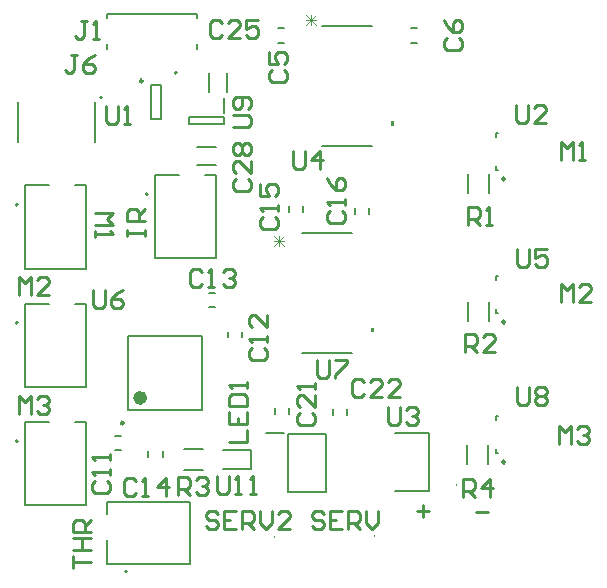
<source format=gbr>
%TF.GenerationSoftware,Altium Limited,Altium Designer,22.10.1 (41)*%
G04 Layer_Color=65535*
%FSLAX45Y45*%
%MOMM*%
%TF.SameCoordinates,C31E8A11-22D9-4D9D-ADA1-1B5FF30F4DDA*%
%TF.FilePolarity,Positive*%
%TF.FileFunction,Legend,Top*%
%TF.Part,Single*%
G01*
G75*
%TA.AperFunction,NonConductor*%
%ADD63C,0.10000*%
%ADD64C,0.20000*%
%ADD65C,0.25400*%
%ADD80C,0.60000*%
%ADD81C,0.25000*%
%ADD82C,0.12700*%
%ADD83C,0.15240*%
%ADD84C,0.15000*%
%ADD85C,0.07620*%
G36*
X6346167Y4705420D02*
X6371567D01*
Y4667320D01*
X6346167D01*
Y4705420D01*
D02*
G37*
G36*
X6512521Y6456050D02*
X6537921D01*
Y6417950D01*
X6512521D01*
Y6456050D01*
D02*
G37*
D63*
X6374000Y2940000D02*
G03*
X6374000Y2950000I0J5000D01*
G01*
D02*
G03*
X6374000Y2940000I0J-5000D01*
G01*
X5524000Y2930000D02*
G03*
X5524000Y2940000I0J5000D01*
G01*
D02*
G03*
X5524000Y2930000I0J-5000D01*
G01*
X7065700Y3380000D02*
G03*
X7065700Y3370000I0J-5000D01*
G01*
D02*
G03*
X7065700Y3380000I0J5000D01*
G01*
D64*
X4455200Y5837000D02*
G03*
X4455200Y5837000I-10000J0D01*
G01*
X4280001Y2641774D02*
G03*
X4280001Y2641774I-10000J0D01*
G01*
X4068133Y6654034D02*
G03*
X4068133Y6654034I-10000J0D01*
G01*
X4699624Y6866459D02*
G03*
X4699624Y6866459I-10000J0D01*
G01*
X3355200Y5747000D02*
G03*
X3355200Y5747000I-10000J0D01*
G01*
Y3747000D02*
G03*
X3355200Y3747000I-10000J0D01*
G01*
Y4747000D02*
G03*
X3355200Y4747000I-10000J0D01*
G01*
X4975309Y5000308D02*
X5024692D01*
X4975309Y4879689D02*
X5024692D01*
X5250311Y4625309D02*
Y4674692D01*
X5129691Y4625309D02*
Y4674692D01*
X5529690Y3975309D02*
Y4024692D01*
X5650310Y3975309D02*
Y4024692D01*
X6140311Y3965312D02*
Y4014690D01*
X6019691Y3965312D02*
Y4014690D01*
X5770312Y5685309D02*
Y5734692D01*
X5649688Y5685309D02*
Y5734692D01*
X6209690Y5667810D02*
Y5717188D01*
X6330310Y5667810D02*
Y5717188D01*
X6685309Y7119689D02*
X6734691D01*
X6685309Y7240309D02*
X6734691D01*
X5640258Y3805001D02*
X5960258D01*
Y3315001D02*
Y3805001D01*
X5640258Y3315001D02*
X5960258D01*
X5640258D02*
Y3805001D01*
X5452758Y3818001D02*
X5605258D01*
X4759935Y3500003D02*
X4919934D01*
X4759935Y3680002D02*
X4919934D01*
X5094935Y3507501D02*
X5327432D01*
Y3672499D01*
X5094935D02*
X5327432D01*
X4870000Y6085000D02*
X5030000D01*
X4870000Y6235000D02*
X5030000D01*
X5555309Y7119689D02*
X5604691D01*
X5555309Y7240308D02*
X5604691D01*
X4975000Y6700000D02*
Y6860000D01*
X5125000Y6700000D02*
Y6860000D01*
X4909998Y4013530D02*
Y4633529D01*
X4289999Y4013530D02*
Y4633529D01*
X4909998D01*
X4289999Y4013530D02*
X4909998D01*
X4005133Y6279032D02*
Y6622034D01*
X3353130Y6279032D02*
Y6622034D01*
X4580310Y3615308D02*
Y3664691D01*
X4459690Y3615308D02*
Y3664691D01*
X4477126Y6760500D02*
X4567128D01*
X4477126Y6470498D02*
X4567128D01*
X4477126D02*
Y6760500D01*
X4567128Y6470498D02*
Y6760500D01*
X6545702Y3814998D02*
X6836903D01*
Y3325002D02*
Y3814998D01*
X6545702Y3325002D02*
X6836903D01*
X7157424Y3555052D02*
Y3715051D01*
X7337423Y3555052D02*
Y3715051D01*
X7162465Y4766845D02*
Y4926845D01*
X7342464Y4766845D02*
Y4926845D01*
X7344242Y5845001D02*
Y6005001D01*
X7164242Y5845001D02*
Y6005001D01*
X5099999Y6432501D02*
Y6487502D01*
X4800000Y6432501D02*
X5099999D01*
X4800000D02*
Y6487502D01*
X5099999D01*
Y6522498D02*
Y6647502D01*
X4175310Y3790309D02*
X4224692D01*
X4175310Y3669690D02*
X4224692D01*
D65*
X4005400Y5674600D02*
X4157751D01*
X4106967Y5623817D01*
X4157751Y5573033D01*
X4005400D01*
Y5522249D02*
Y5471466D01*
Y5496857D01*
X4157751D01*
X4132359Y5522249D01*
X4282249Y5485400D02*
Y5536183D01*
Y5510792D01*
X4434600D01*
Y5485400D01*
Y5536183D01*
Y5612359D02*
X4282249D01*
Y5688534D01*
X4307641Y5713926D01*
X4358424D01*
X4383816Y5688534D01*
Y5612359D01*
Y5663142D02*
X4434600Y5713926D01*
X5046967Y3132359D02*
X5021575Y3157751D01*
X4970792D01*
X4945400Y3132359D01*
Y3106967D01*
X4970792Y3081575D01*
X5021575D01*
X5046967Y3056183D01*
Y3030792D01*
X5021575Y3005400D01*
X4970792D01*
X4945400Y3030792D01*
X5199318Y3157751D02*
X5097751D01*
Y3005400D01*
X5199318D01*
X5097751Y3081575D02*
X5148534D01*
X5250102Y3005400D02*
Y3157751D01*
X5326277D01*
X5351669Y3132359D01*
Y3081575D01*
X5326277Y3056183D01*
X5250102D01*
X5300885D02*
X5351669Y3005400D01*
X5402452Y3157751D02*
Y3056183D01*
X5453236Y3005400D01*
X5504019Y3056183D01*
Y3157751D01*
X5656370Y3005400D02*
X5554803D01*
X5656370Y3106967D01*
Y3132359D01*
X5630978Y3157751D01*
X5580195D01*
X5554803Y3132359D01*
X5946967D02*
X5921575Y3157751D01*
X5870792D01*
X5845400Y3132359D01*
Y3106967D01*
X5870792Y3081575D01*
X5921575D01*
X5946967Y3056183D01*
Y3030792D01*
X5921575Y3005400D01*
X5870792D01*
X5845400Y3030792D01*
X6099318Y3157751D02*
X5997751D01*
Y3005400D01*
X6099318D01*
X5997751Y3081575D02*
X6048534D01*
X6150101Y3005400D02*
Y3157751D01*
X6226277D01*
X6251669Y3132359D01*
Y3081575D01*
X6226277Y3056183D01*
X6150101D01*
X6200885D02*
X6251669Y3005400D01*
X6302452Y3157751D02*
Y3056183D01*
X6353236Y3005400D01*
X6404019Y3056183D01*
Y3157751D01*
X3822249Y2675400D02*
Y2776967D01*
Y2726184D01*
X3974600D01*
X3822249Y2827751D02*
X3974600D01*
X3898425D01*
Y2929318D01*
X3822249D01*
X3974600D01*
Y2980101D02*
X3822249D01*
Y3056277D01*
X3847641Y3081669D01*
X3898425D01*
X3923816Y3056277D01*
Y2980101D01*
Y3030885D02*
X3974600Y3081669D01*
X3365400Y4985400D02*
Y5137751D01*
X3416183Y5086967D01*
X3466967Y5137751D01*
Y4985400D01*
X3619318D02*
X3517751D01*
X3619318Y5086967D01*
Y5112359D01*
X3593926Y5137751D01*
X3543143D01*
X3517751Y5112359D01*
X3365400Y3975400D02*
Y4127751D01*
X3416183Y4076967D01*
X3466967Y4127751D01*
Y3975400D01*
X3517751Y4102359D02*
X3543143Y4127751D01*
X3593926D01*
X3619318Y4102359D01*
Y4076967D01*
X3593926Y4051575D01*
X3568534D01*
X3593926D01*
X3619318Y4026183D01*
Y4000792D01*
X3593926Y3975400D01*
X3543143D01*
X3517751Y4000792D01*
X7235400Y3145400D02*
X7336967D01*
X6735400Y3156183D02*
X6836967D01*
X6786184Y3206967D02*
Y3105400D01*
X7948740Y6123796D02*
Y6276147D01*
X7999523Y6225363D01*
X8050307Y6276147D01*
Y6123796D01*
X8101091D02*
X8151874D01*
X8126483D01*
Y6276147D01*
X8101091Y6250755D01*
X7951430Y4925367D02*
Y5077718D01*
X8002214Y5026935D01*
X8052998Y5077718D01*
Y4925367D01*
X8205348D02*
X8103781D01*
X8205348Y5026935D01*
Y5052326D01*
X8179956Y5077718D01*
X8129173D01*
X8103781Y5052326D01*
X7937980Y3722903D02*
Y3875254D01*
X7988764Y3824470D01*
X8039547Y3875254D01*
Y3722903D01*
X8090331Y3849862D02*
X8115723Y3875254D01*
X8166506D01*
X8191898Y3849862D01*
Y3824470D01*
X8166506Y3799079D01*
X8141114D01*
X8166506D01*
X8191898Y3773687D01*
Y3748295D01*
X8166506Y3722903D01*
X8115723D01*
X8090331Y3748295D01*
X5041016Y3447456D02*
Y3320497D01*
X5066408Y3295105D01*
X5117191D01*
X5142583Y3320497D01*
Y3447456D01*
X5193367Y3295105D02*
X5244150D01*
X5218758D01*
Y3447456D01*
X5193367Y3422064D01*
X5320325Y3295105D02*
X5371109D01*
X5345717D01*
Y3447456D01*
X5320325Y3422064D01*
X5199216Y5968433D02*
X5173825Y5943041D01*
Y5892258D01*
X5199216Y5866866D01*
X5300783D01*
X5326175Y5892258D01*
Y5943041D01*
X5300783Y5968433D01*
X5326175Y6120784D02*
Y6019217D01*
X5224608Y6120784D01*
X5199216D01*
X5173825Y6095392D01*
Y6044608D01*
X5199216Y6019217D01*
Y6171567D02*
X5173825Y6196959D01*
Y6247743D01*
X5199216Y6273135D01*
X5224608D01*
X5250000Y6247743D01*
X5275392Y6273135D01*
X5300783D01*
X5326175Y6247743D01*
Y6196959D01*
X5300783Y6171567D01*
X5275392D01*
X5250000Y6196959D01*
X5224608Y6171567D01*
X5199216D01*
X5250000Y6196959D02*
Y6247743D01*
X5080196Y7285369D02*
X5054804Y7310761D01*
X5004020D01*
X4978629Y7285369D01*
Y7183802D01*
X5004020Y7158410D01*
X5054804D01*
X5080196Y7183802D01*
X5232547Y7158410D02*
X5130979D01*
X5232547Y7259977D01*
Y7285369D01*
X5207155Y7310761D01*
X5156371D01*
X5130979Y7285369D01*
X5384897Y7310761D02*
X5283330D01*
Y7234585D01*
X5334114Y7259977D01*
X5359505D01*
X5384897Y7234585D01*
Y7183802D01*
X5359505Y7158410D01*
X5308722D01*
X5283330Y7183802D01*
X3941249Y7305441D02*
X3890465D01*
X3915857D01*
Y7178482D01*
X3890465Y7153090D01*
X3865074D01*
X3839682Y7178482D01*
X3992032Y7153090D02*
X4042816D01*
X4017424D01*
Y7305441D01*
X3992032Y7280049D01*
X6484190Y4032017D02*
Y3905058D01*
X6509582Y3879666D01*
X6560365D01*
X6585757Y3905058D01*
Y4032017D01*
X6636540Y4006625D02*
X6661932Y4032017D01*
X6712716D01*
X6738108Y4006625D01*
Y3981234D01*
X6712716Y3955842D01*
X6687324D01*
X6712716D01*
X6738108Y3930450D01*
Y3905058D01*
X6712716Y3879666D01*
X6661932D01*
X6636540Y3905058D01*
X3993083Y5028308D02*
Y4901349D01*
X4018475Y4875957D01*
X4069258D01*
X4094650Y4901349D01*
Y5028308D01*
X4247001D02*
X4196217Y5002916D01*
X4145433Y4952133D01*
Y4901349D01*
X4170825Y4875957D01*
X4221609D01*
X4247001Y4901349D01*
Y4926741D01*
X4221609Y4952133D01*
X4145433D01*
X7583041Y4206175D02*
Y4079217D01*
X7608433Y4053825D01*
X7659217D01*
X7684608Y4079217D01*
Y4206175D01*
X7735392Y4180784D02*
X7760784Y4206175D01*
X7811567D01*
X7836959Y4180784D01*
Y4155392D01*
X7811567Y4130000D01*
X7836959Y4104608D01*
Y4079217D01*
X7811567Y4053825D01*
X7760784D01*
X7735392Y4079217D01*
Y4104608D01*
X7760784Y4130000D01*
X7735392Y4155392D01*
Y4180784D01*
X7760784Y4130000D02*
X7811567D01*
X5883041Y4436175D02*
Y4309216D01*
X5908433Y4283825D01*
X5959216D01*
X5984608Y4309216D01*
Y4436175D01*
X6035392D02*
X6136959D01*
Y4410783D01*
X6035392Y4309216D01*
Y4283825D01*
X7583041Y5376175D02*
Y5249217D01*
X7608433Y5223825D01*
X7659217D01*
X7684608Y5249217D01*
Y5376175D01*
X7836959D02*
X7735392D01*
Y5300000D01*
X7786175Y5325392D01*
X7811567D01*
X7836959Y5300000D01*
Y5249217D01*
X7811567Y5223825D01*
X7760784D01*
X7735392Y5249217D01*
X5680968Y6202822D02*
Y6075863D01*
X5706359Y6050471D01*
X5757143D01*
X5782535Y6075863D01*
Y6202822D01*
X5909494Y6050471D02*
Y6202822D01*
X5833318Y6126647D01*
X5934886D01*
X7573041Y6596175D02*
Y6469216D01*
X7598433Y6443825D01*
X7649217D01*
X7674608Y6469216D01*
Y6596175D01*
X7826959Y6443825D02*
X7725392D01*
X7826959Y6545392D01*
Y6570783D01*
X7801567Y6596175D01*
X7750784D01*
X7725392Y6570783D01*
X4098645Y6586716D02*
Y6459757D01*
X4124037Y6434365D01*
X4174820D01*
X4200212Y6459757D01*
Y6586716D01*
X4250996Y6434365D02*
X4301779D01*
X4276387D01*
Y6586716D01*
X4250996Y6561324D01*
X4713041Y3293825D02*
Y3446175D01*
X4789216D01*
X4814608Y3420784D01*
Y3370000D01*
X4789216Y3344608D01*
X4713041D01*
X4763825D02*
X4814608Y3293825D01*
X4865392Y3420784D02*
X4890784Y3446175D01*
X4941567D01*
X4966959Y3420784D01*
Y3395392D01*
X4941567Y3370000D01*
X4916175D01*
X4941567D01*
X4966959Y3344608D01*
Y3319217D01*
X4941567Y3293825D01*
X4890784D01*
X4865392Y3319217D01*
X7123041Y3273825D02*
Y3426175D01*
X7199216D01*
X7224608Y3400783D01*
Y3350000D01*
X7199216Y3324608D01*
X7123041D01*
X7173825D02*
X7224608Y3273825D01*
X7351567D02*
Y3426175D01*
X7275392Y3350000D01*
X7376959D01*
X7143041Y4503825D02*
Y4656175D01*
X7219216D01*
X7244608Y4630783D01*
Y4580000D01*
X7219216Y4554608D01*
X7143041D01*
X7193825D02*
X7244608Y4503825D01*
X7396959D02*
X7295392D01*
X7396959Y4605392D01*
Y4630783D01*
X7371567Y4656175D01*
X7320784D01*
X7295392Y4630783D01*
X7168433Y5573825D02*
Y5726175D01*
X7244608D01*
X7270000Y5700783D01*
Y5650000D01*
X7244608Y5624608D01*
X7168433D01*
X7219216D02*
X7270000Y5573825D01*
X7320784D02*
X7371567D01*
X7346176D01*
Y5726175D01*
X7320784Y5700783D01*
X5144869Y3736410D02*
X5297220D01*
Y3837977D01*
X5144869Y3990328D02*
Y3888761D01*
X5297220D01*
Y3990328D01*
X5221044Y3888761D02*
Y3939544D01*
X5144869Y4041112D02*
X5297220D01*
Y4117287D01*
X5271828Y4142679D01*
X5170261D01*
X5144869Y4117287D01*
Y4041112D01*
X5297220Y4193462D02*
Y4244246D01*
Y4218854D01*
X5144869D01*
X5170261Y4193462D01*
X3853741Y7016709D02*
X3802957D01*
X3828349D01*
Y6889750D01*
X3802957Y6864358D01*
X3777566D01*
X3752174Y6889750D01*
X4006092Y7016709D02*
X3955308Y6991317D01*
X3904525Y6940534D01*
Y6889750D01*
X3929916Y6864358D01*
X3980700D01*
X4006092Y6889750D01*
Y6915142D01*
X3980700Y6940534D01*
X3904525D01*
X5178825Y6403041D02*
X5305784D01*
X5331176Y6428433D01*
Y6479216D01*
X5305784Y6504608D01*
X5178825D01*
X5305784Y6555392D02*
X5331176Y6580784D01*
Y6631567D01*
X5305784Y6656959D01*
X5204217D01*
X5178825Y6631567D01*
Y6580784D01*
X5204217Y6555392D01*
X5229608D01*
X5255000Y6580784D01*
Y6656959D01*
X6288433Y4250783D02*
X6263041Y4276175D01*
X6212258D01*
X6186866Y4250783D01*
Y4149216D01*
X6212258Y4123825D01*
X6263041D01*
X6288433Y4149216D01*
X6440784Y4123825D02*
X6339216D01*
X6440784Y4225392D01*
Y4250783D01*
X6415392Y4276175D01*
X6364608D01*
X6339216Y4250783D01*
X6593134Y4123825D02*
X6491567D01*
X6593134Y4225392D01*
Y4250783D01*
X6567743Y4276175D01*
X6516959D01*
X6491567Y4250783D01*
X5739216Y3983825D02*
X5713824Y3958433D01*
Y3907649D01*
X5739216Y3882257D01*
X5840783D01*
X5866175Y3907649D01*
Y3958433D01*
X5840783Y3983825D01*
X5866175Y4136175D02*
Y4034608D01*
X5764608Y4136175D01*
X5739216D01*
X5713824Y4110783D01*
Y4060000D01*
X5739216Y4034608D01*
X5866175Y4186959D02*
Y4237742D01*
Y4212351D01*
X5713824D01*
X5739216Y4186959D01*
X5999217Y5691129D02*
X5973825Y5665737D01*
Y5614954D01*
X5999217Y5589562D01*
X6100784D01*
X6126175Y5614954D01*
Y5665737D01*
X6100784Y5691129D01*
X6126175Y5741913D02*
Y5792696D01*
Y5767304D01*
X5973825D01*
X5999217Y5741913D01*
X5973825Y5970439D02*
X5999217Y5919655D01*
X6050000Y5868871D01*
X6100784D01*
X6126175Y5894263D01*
Y5945047D01*
X6100784Y5970439D01*
X6075392D01*
X6050000Y5945047D01*
Y5868871D01*
X5429216Y5641129D02*
X5403825Y5615737D01*
Y5564954D01*
X5429216Y5539562D01*
X5530783D01*
X5556175Y5564954D01*
Y5615737D01*
X5530783Y5641129D01*
X5556175Y5691912D02*
Y5742696D01*
Y5717304D01*
X5403825D01*
X5429216Y5691912D01*
X5403825Y5920439D02*
Y5818871D01*
X5480000D01*
X5454608Y5869655D01*
Y5895047D01*
X5480000Y5920439D01*
X5530783D01*
X5556175Y5895047D01*
Y5844263D01*
X5530783Y5818871D01*
X4351129Y3410783D02*
X4325737Y3436175D01*
X4274954D01*
X4249562Y3410783D01*
Y3309216D01*
X4274954Y3283825D01*
X4325737D01*
X4351129Y3309216D01*
X4401912Y3283825D02*
X4452696D01*
X4427304D01*
Y3436175D01*
X4401912Y3410783D01*
X4605047Y3283825D02*
Y3436175D01*
X4528871Y3360000D01*
X4630439D01*
X4911129Y5180784D02*
X4885737Y5206176D01*
X4834953D01*
X4809562Y5180784D01*
Y5079217D01*
X4834953Y5053825D01*
X4885737D01*
X4911129Y5079217D01*
X4961912Y5053825D02*
X5012696D01*
X4987304D01*
Y5206176D01*
X4961912Y5180784D01*
X5088871D02*
X5114263Y5206176D01*
X5165047D01*
X5190438Y5180784D01*
Y5155392D01*
X5165047Y5130000D01*
X5139655D01*
X5165047D01*
X5190438Y5104608D01*
Y5079217D01*
X5165047Y5053825D01*
X5114263D01*
X5088871Y5079217D01*
X5334314Y4536846D02*
X5308922Y4511455D01*
Y4460671D01*
X5334314Y4435279D01*
X5435881D01*
X5461273Y4460671D01*
Y4511455D01*
X5435881Y4536846D01*
X5461273Y4587630D02*
Y4638413D01*
Y4613022D01*
X5308922D01*
X5334314Y4587630D01*
X5461273Y4816156D02*
Y4714589D01*
X5359706Y4816156D01*
X5334314D01*
X5308922Y4790764D01*
Y4739981D01*
X5334314Y4714589D01*
X4003564Y3411227D02*
X3978172Y3385835D01*
Y3335051D01*
X4003564Y3309659D01*
X4105131D01*
X4130523Y3335051D01*
Y3385835D01*
X4105131Y3411227D01*
X4130523Y3462010D02*
Y3512794D01*
Y3487402D01*
X3978172D01*
X4003564Y3462010D01*
X4130523Y3588969D02*
Y3639752D01*
Y3614361D01*
X3978172D01*
X4003564Y3588969D01*
X6986347Y7160397D02*
X6960955Y7135006D01*
Y7084222D01*
X6986347Y7058830D01*
X7087914D01*
X7113306Y7084222D01*
Y7135006D01*
X7087914Y7160397D01*
X6960955Y7312748D02*
X6986347Y7261964D01*
X7037130Y7211181D01*
X7087914D01*
X7113306Y7236573D01*
Y7287356D01*
X7087914Y7312748D01*
X7062522D01*
X7037130Y7287356D01*
Y7211181D01*
X5506589Y6886600D02*
X5481197Y6861208D01*
Y6810425D01*
X5506589Y6785033D01*
X5608156D01*
X5633548Y6810425D01*
Y6861208D01*
X5608156Y6886600D01*
X5481197Y7038951D02*
Y6937384D01*
X5557372D01*
X5531981Y6988167D01*
Y7013559D01*
X5557372Y7038951D01*
X5608156D01*
X5633548Y7013559D01*
Y6962776D01*
X5608156Y6937384D01*
D80*
X4420000Y4113529D02*
G03*
X4420000Y4113529I-30000J0D01*
G01*
D81*
X4250000Y3901029D02*
G03*
X4250000Y3901029I-12500J0D01*
G01*
X4412126Y6795499D02*
G03*
X4412126Y6795499I-12500J0D01*
G01*
X7479667Y5967496D02*
G03*
X7479667Y5967496I-12500J0D01*
G01*
X7479994Y4755752D02*
G03*
X7479994Y4755752I-12500J0D01*
G01*
X7479665Y3570819D02*
G03*
X7479665Y3570819I-12500J0D01*
G01*
D82*
X4513000Y6001500D02*
X4716000D01*
X4936000D02*
X5033000D01*
Y5294500D02*
Y6001500D01*
X4513000Y5294500D02*
X5033000D01*
X4513000D02*
Y6001500D01*
X4105500Y2709573D02*
X4812503D01*
Y3229572D01*
X4105500D02*
X4812503D01*
X4105500Y3132574D02*
Y3229572D01*
Y2709573D02*
Y2912575D01*
X4109623Y7361458D02*
X4869622D01*
Y7066458D02*
Y7106458D01*
X4109623Y7066458D02*
Y7106458D01*
X4869622Y7326457D02*
Y7356460D01*
X4109623Y7326457D02*
Y7356460D01*
X3412998Y5204498D02*
Y5911502D01*
Y5204498D02*
X3933002D01*
Y5911502D01*
X3835999D02*
X3933002D01*
X3412998D02*
X3616000D01*
X3412998Y3204502D02*
Y3911501D01*
Y3204502D02*
X3933002D01*
Y3911501D01*
X3835999D02*
X3933002D01*
X3412998D02*
X3616000D01*
X3412998Y4204500D02*
Y4911499D01*
Y4204500D02*
X3933002D01*
Y4911499D01*
X3835999D02*
X3933002D01*
X3412998D02*
X3616000D01*
D83*
X5763117Y5511872D02*
X6187297D01*
X5763117Y4495872D02*
X6187297D01*
X5929471Y6246500D02*
X6353651D01*
X5929471Y7262500D02*
X6353651D01*
D84*
X7399665Y6044997D02*
Y6074994D01*
Y6324996D02*
Y6354994D01*
X7417166D01*
X7399665Y6044997D02*
X7417166D01*
X7399995Y4833254D02*
Y4863252D01*
Y5113254D02*
Y5143251D01*
X7417496D01*
X7399995Y4833254D02*
X7417496D01*
X7399665Y3648319D02*
Y3678321D01*
Y3928318D02*
Y3958321D01*
X7417166D01*
X7399665Y3648319D02*
X7417166D01*
D85*
X5520000Y5485799D02*
X5604639Y5401160D01*
X5520000D02*
X5604639Y5485799D01*
X5520000Y5443479D02*
X5604639D01*
X5562320Y5401160D02*
Y5485799D01*
X5796256Y7356770D02*
X5880896Y7272130D01*
X5796256D02*
X5880896Y7356770D01*
X5796256Y7314450D02*
X5880896D01*
X5838576Y7272130D02*
Y7356770D01*
%TF.MD5,19c32e92f5206d55ec974f3ee61c411a*%
M02*

</source>
